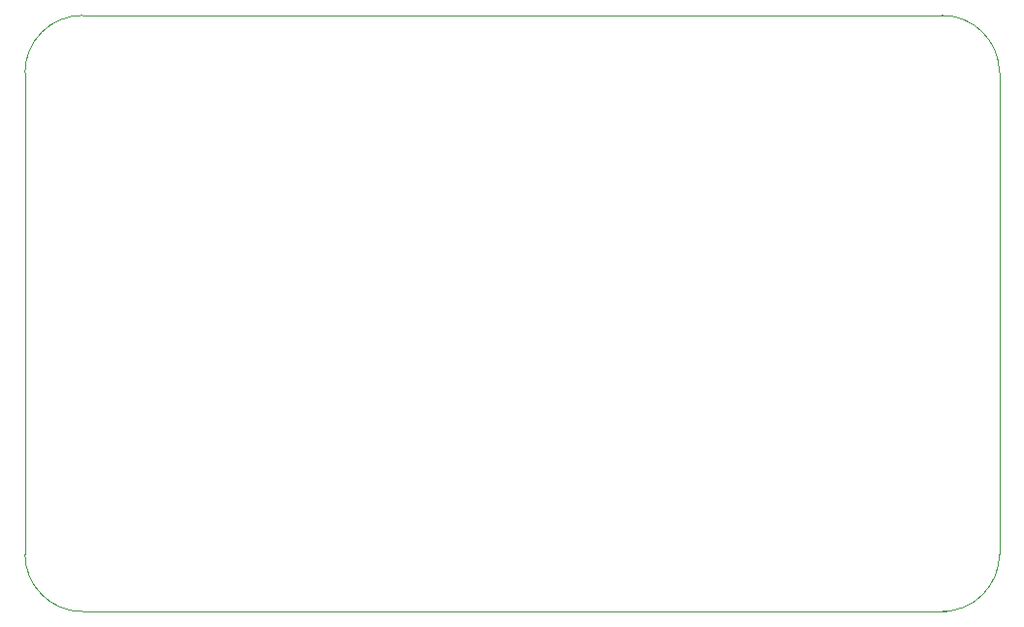
<source format=gbo>
G04*
G04 #@! TF.GenerationSoftware,Altium Limited,Altium Designer,23.9.2 (47)*
G04*
G04 Layer_Color=32896*
%FSAX44Y44*%
%MOMM*%
G71*
G04*
G04 #@! TF.SameCoordinates,CA360F41-C6A4-41FF-A6D1-DAC2DD7E16B6*
G04*
G04*
G04 #@! TF.FilePolarity,Positive*
G04*
G01*
G75*
%ADD54C,0.1000*%
D54*
X02150000Y02270000D02*
G03*
X02100000Y02320000I-00050000J00000000D01*
G01*
X02100000Y01800000D02*
G03*
X02150000Y01850000I00000000J00050000D01*
G01*
X01350000Y02320000D02*
G03*
X01300000Y02270000I00000000J-00050000D01*
G01*
X01300000Y01850000D02*
G03*
X01350000Y01800000I00050000J00000000D01*
G01*
X02150000Y02270000D02*
X02150000Y01850000D01*
X01350000Y02320000D02*
X02103500Y02320000D01*
X01300000Y02270000D02*
X01300000Y01850000D01*
X01350000Y01800000D02*
X02103500Y01800000D01*
M02*

</source>
